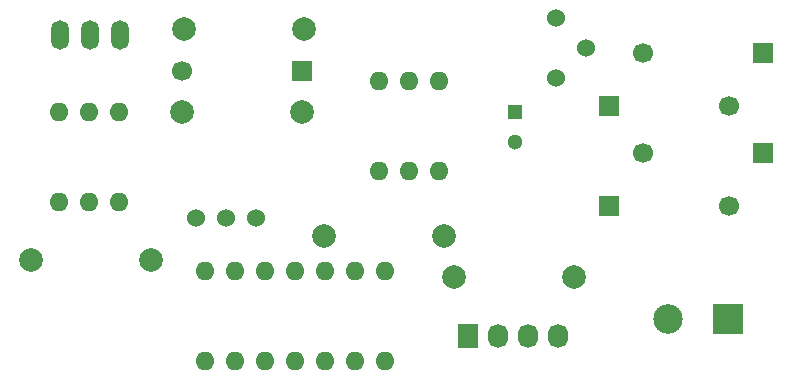
<source format=gbr>
G04 #@! TF.FileFunction,Copper,L1,Top,Signal*
%FSLAX46Y46*%
G04 Gerber Fmt 4.6, Leading zero omitted, Abs format (unit mm)*
G04 Created by KiCad (PCBNEW 4.0.2-stable) date Sunday, 25 September 2016 16:48:15*
%MOMM*%
G01*
G04 APERTURE LIST*
%ADD10C,0.100000*%
%ADD11R,1.300000X1.300000*%
%ADD12C,1.300000*%
%ADD13C,1.699260*%
%ADD14R,1.699260X1.699260*%
%ADD15C,1.998980*%
%ADD16C,1.524000*%
%ADD17O,1.600000X1.600000*%
%ADD18R,1.727200X2.032000*%
%ADD19O,1.727200X2.032000*%
%ADD20O,1.501140X2.499360*%
%ADD21R,2.500000X2.500000*%
%ADD22C,2.500000*%
G04 APERTURE END LIST*
D10*
D11*
X55000000Y-26500000D03*
D12*
X55000000Y-29000000D03*
D13*
X73160520Y-25997460D03*
D14*
X63000520Y-25997460D03*
D13*
X65839480Y-21502540D03*
D14*
X75999480Y-21502540D03*
D13*
X65839480Y-30002540D03*
D14*
X75999480Y-30002540D03*
D13*
X73160520Y-34497460D03*
D14*
X63000520Y-34497460D03*
D13*
X26839480Y-23002540D03*
D14*
X36999480Y-23002540D03*
D15*
X60000000Y-40500000D03*
X49840000Y-40500000D03*
X49000000Y-37000000D03*
X38840000Y-37000000D03*
X14000000Y-39000000D03*
X24160000Y-39000000D03*
X27000000Y-19500000D03*
X37160000Y-19500000D03*
X37000000Y-26500000D03*
X26840000Y-26500000D03*
D16*
X30540000Y-35500000D03*
X33080000Y-35500000D03*
X28000000Y-35500000D03*
D17*
X44000000Y-40000000D03*
X41460000Y-40000000D03*
X38920000Y-40000000D03*
X36380000Y-40000000D03*
X33840000Y-40000000D03*
X31300000Y-40000000D03*
X28760000Y-40000000D03*
X28760000Y-47620000D03*
X31300000Y-47620000D03*
X33840000Y-47620000D03*
X36380000Y-47620000D03*
X38920000Y-47620000D03*
X41460000Y-47620000D03*
X44000000Y-47620000D03*
X43500000Y-31500000D03*
X46040000Y-31500000D03*
X48580000Y-31500000D03*
X48580000Y-23880000D03*
X46040000Y-23880000D03*
X43500000Y-23880000D03*
X21500000Y-26500000D03*
X18960000Y-26500000D03*
X16420000Y-26500000D03*
X16420000Y-34120000D03*
X18960000Y-34120000D03*
X21500000Y-34120000D03*
D18*
X51000000Y-45500000D03*
D19*
X53540000Y-45500000D03*
X56080000Y-45500000D03*
X58620000Y-45500000D03*
D20*
X19000000Y-20000000D03*
X16460000Y-20000000D03*
X21540000Y-20000000D03*
D16*
X61040000Y-21040000D03*
X58500000Y-23580000D03*
X58500000Y-18500000D03*
D21*
X73000000Y-44000000D03*
D22*
X68000000Y-44000000D03*
M02*

</source>
